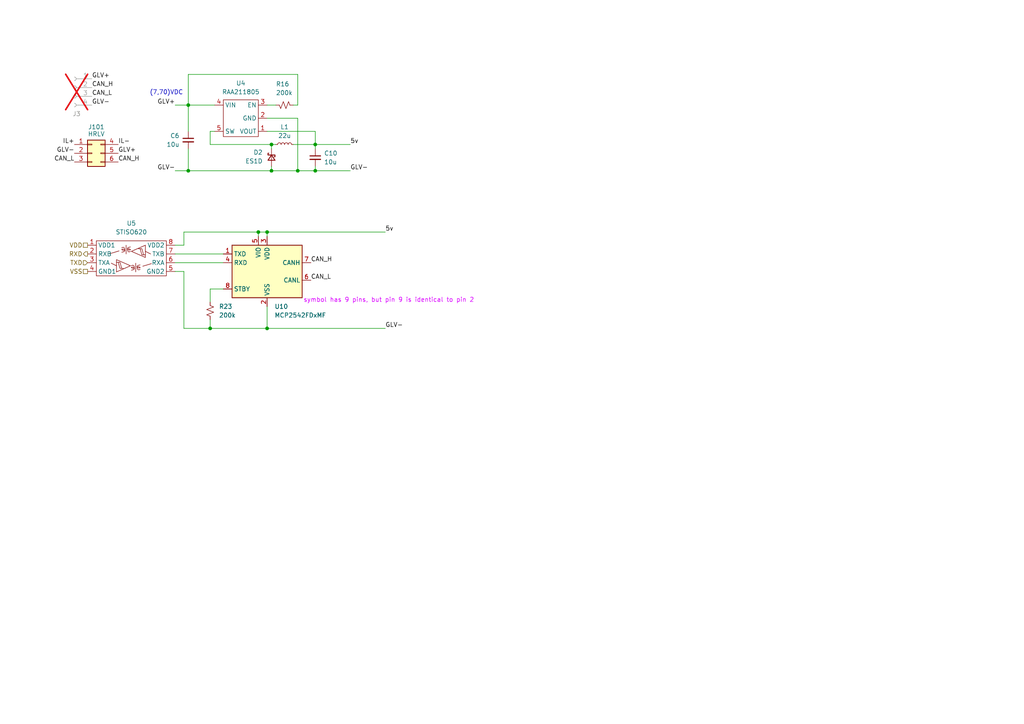
<source format=kicad_sch>
(kicad_sch (version 20250114) (generator "eeschema") (generator_version "9.0")
  (paper "A4")
  (lib_symbols
    (symbol "Connector:Conn_01x04_Socket" (pin_names (offset 1.016) (hide yes))
      (property "Reference" "J" (at 0 5.08 0))
      (property "Value" "Conn_01x04_Socket" (at 0 -7.62 0))
      (symbol "Conn_01x04_Socket_1_1"
        (polyline (pts (xy -1.27 2.54) (xy -0.508 2.54)) (stroke (width 0.1524)))
        (polyline (pts (xy -1.27 0) (xy -0.508 0)) (stroke (width 0.1524)))
        (polyline (pts (xy -1.27 -2.54) (xy -0.508 -2.54)) (stroke (width 0.1524)))
        (polyline (pts (xy -1.27 -5.08) (xy -0.508 -5.08)) (stroke (width 0.1524)))
        (arc (start 0 2.032) (mid -0.5058 2.54) (end 0 3.048) (stroke (width 0.1524)))
        (arc (start 0 -0.508) (mid -0.5058 0) (end 0 0.508) (stroke (width 0.1524)))
        (arc (start 0 -3.048) (mid -0.5058 -2.54) (end 0 -2.032) (stroke (width 0.1524)))
        (arc (start 0 -5.588) (mid -0.5058 -5.08) (end 0 -4.572) (stroke (width 0.1524)))
        (pin passive line (at -5.08 2.54 0) (length 3.81) (name "Pin_1") (number "1"))
        (pin passive line (at -5.08 0 0) (length 3.81) (name "Pin_2") (number "2"))
        (pin passive line (at -5.08 -2.54 0) (length 3.81) (name "Pin_3") (number "3"))
        (pin passive line (at -5.08 -5.08 0) (length 3.81) (name "Pin_4") (number "4"))
      )
    )
    (symbol "Connector_Generic:Conn_02x03_Top_Bottom" (pin_names (offset 1.016) (hide yes))
      (property "Reference" "J" (at 1.27 5.08 0))
      (property "Value" "Conn_02x03_Top_Bottom" (at 1.27 -5.08 0))
      (symbol "Conn_02x03_Top_Bottom_1_1"
        (rectangle (start -1.27 3.81) (end 3.81 -3.81) (stroke (width 0.254)) (fill (type background)))
        (rectangle (start -1.27 2.667) (end 0 2.413) (stroke (width 0.1524)))
        (rectangle (start -1.27 0.127) (end 0 -0.127) (stroke (width 0.1524)))
        (rectangle (start -1.27 -2.413) (end 0 -2.667) (stroke (width 0.1524)))
        (rectangle (start 3.81 2.667) (end 2.54 2.413) (stroke (width 0.1524)))
        (rectangle (start 3.81 0.127) (end 2.54 -0.127) (stroke (width 0.1524)))
        (rectangle (start 3.81 -2.413) (end 2.54 -2.667) (stroke (width 0.1524)))
        (pin passive line (at -5.08 2.54 0) (length 3.81) (name "Pin_1") (number "1"))
        (pin passive line (at -5.08 0 0) (length 3.81) (name "Pin_2") (number "2"))
        (pin passive line (at -5.08 -2.54 0) (length 3.81) (name "Pin_3") (number "3"))
        (pin passive line (at 7.62 2.54 180) (length 3.81) (name "Pin_4") (number "4"))
        (pin passive line (at 7.62 0 180) (length 3.81) (name "Pin_5") (number "5"))
        (pin passive line (at 7.62 -2.54 180) (length 3.81) (name "Pin_6") (number "6"))
      )
    )
    (symbol "Device:C_Small" (pin_numbers (hide yes)) (pin_names (offset 0.254) (hide yes))
      (property "Reference" "C" (at 0.254 1.778 0))
      (property "Value" "C_Small" (at 0.254 -2.032 0))
      (symbol "C_Small_0_1"
        (polyline (pts (xy -1.524 0.508) (xy 1.524 0.508)) (stroke (width 0.3048)))
        (polyline (pts (xy -1.524 -0.508) (xy 1.524 -0.508)) (stroke (width 0.3302)))
      )
      (symbol "C_Small_1_1"
        (pin passive line (at 0 2.54 270) (length 2.032) (name "~") (number "1"))
        (pin passive line (at 0 -2.54 90) (length 2.032) (name "~") (number "2"))
      )
    )
    (symbol "Device:D_Schottky_Small" (pin_numbers (hide yes)) (pin_names (offset 0.254) (hide yes))
      (property "Reference" "D" (at -1.27 2.032 0))
      (property "Value" "D_Schottky_Small" (at -7.112 -2.032 0))
      (symbol "D_Schottky_Small_0_1"
        (polyline (pts (xy -1.27 0.762) (xy -1.27 1.016) (xy -0.762 1.016) (xy -0.762 -1.016) (xy -0.254 -1.016) (xy -0.254 -0.762)) (stroke (width 0.254)))
        (polyline (pts (xy -0.762 0) (xy 0.762 0)))
        (polyline (pts (xy 0.762 -1.016) (xy -0.762 0) (xy 0.762 1.016) (xy 0.762 -1.016)) (stroke (width 0.254)))
      )
      (symbol "D_Schottky_Small_1_1"
        (pin passive line (at -2.54 0 0) (length 1.778) (name "K") (number "1"))
        (pin passive line (at 2.54 0 180) (length 1.778) (name "A") (number "2"))
      )
    )
    (symbol "Device:L_Small" (pin_numbers (hide yes)) (pin_names (offset 0.254) (hide yes))
      (property "Reference" "L" (at 0.762 1.016 0))
      (property "Value" "L_Small" (at 0.762 -1.016 0))
      (symbol "L_Small_0_1"
        (arc (start 0 2.032) (mid 0.5058 1.524) (end 0 1.016))
        (arc (start 0 1.016) (mid 0.5058 0.508) (end 0 0))
        (arc (start 0 0) (mid 0.5058 -0.508) (end 0 -1.016))
        (arc (start 0 -1.016) (mid 0.5058 -1.524) (end 0 -2.032))
      )
      (symbol "L_Small_1_1"
        (pin passive line (at 0 2.54 270) (length 0.508) (name "~") (number "1"))
        (pin passive line (at 0 -2.54 90) (length 0.508) (name "~") (number "2"))
      )
    )
    (symbol "Device:R_Small_US" (pin_numbers (hide yes)) (pin_names (offset 0.254) (hide yes))
      (property "Reference" "R" (at 0.762 0.508 0))
      (property "Value" "R_Small_US" (at 0.762 -1.016 0))
      (symbol "R_Small_US_1_1"
        (polyline (pts (xy 0 1.524) (xy 1.016 1.143) (xy 0 0.762) (xy -1.016 0.381) (xy 0 0)))
        (polyline (pts (xy 0 0) (xy 1.016 -0.381) (xy 0 -0.762) (xy -1.016 -1.143) (xy 0 -1.524)))
        (pin passive line (at 0 2.54 270) (length 1.016) (name "~") (number "1"))
        (pin passive line (at 0 -2.54 90) (length 1.016) (name "~") (number "2"))
      )
    )
    (symbol "Interface_CAN_LIN:MCP2542FDxMF"
      (property "Reference" "U" (at -10.16 8.89 0))
      (property "Value" "MCP2542FDxMF" (at 2.54 8.89 0))
      (symbol "MCP2542FDxMF_0_1"
        (rectangle (start -10.16 7.62) (end 10.16 -7.62) (stroke (width 0.254)) (fill (type background)))
      )
      (symbol "MCP2542FDxMF_1_1"
        (pin input line (at -12.7 5.08 0) (length 2.54) (name "TXD") (number "1"))
        (pin output line (at -12.7 2.54 0) (length 2.54) (name "RXD") (number "4"))
        (pin input line (at -12.7 -5.08 0) (length 2.54) (name "STBY") (number "8"))
        (pin power_in line (at -2.54 10.16 270) (length 2.54) (name "VIO") (number "5"))
        (pin power_in line (at 0 10.16 270) (length 2.54) (name "VDD") (number "3"))
        (pin power_in line (at 0 -10.16 90) (length 2.54) (name "VSS") (number "2"))
        (pin passive line (at 0 -10.16 90) (length 2.54) (hide yes) (name "VSS") (number "9"))
        (pin bidirectional line (at 12.7 2.54 180) (length 2.54) (name "CANH") (number "7"))
        (pin bidirectional line (at 12.7 -2.54 180) (length 2.54) (name "CANL") (number "6"))
      )
    )
    (symbol "zzLocalLibrary:RAA211805"
      (property "Reference" "U" (at 0 0 0))
      (property "Value" "RAA211805" (at 0 0 0))
      (symbol "RAA211805_0_1"
        (rectangle (start -5.08 -1.016) (end 5.08 -11.684))
      )
      (symbol "RAA211805_1_1"
        (pin input line (at -7.62 -2.54 0) (length 2.54) (name "VIN") (number "4"))
        (pin input line (at -7.62 -10.16 0) (length 2.54) (name "SW") (number "5"))
        (pin input line (at 7.62 -2.54 180) (length 2.54) (name "EN") (number "3"))
        (pin input line (at 7.62 -6.35 180) (length 2.54) (name "GND") (number "2"))
        (pin input line (at 7.62 -10.16 180) (length 2.54) (name "VOUT") (number "1"))
      )
    )
    (symbol "zzLocalLibrary:STISO621"
      (property "Reference" "U" (at -0.254 6.35 0))
      (property "Value" "STISO620" (at 0 0 0))
      (symbol "STISO621_0_1"
        (rectangle (start -10.16 5.08) (end 10.16 -5.08))
        (polyline (pts (xy -5.842 -1.397) (xy -4.318 -2.159)))
        (polyline (pts (xy -4.318 -3.937) (xy -4.318 -0.381) (xy -0.254 -2.159) (xy -4.318 -3.937)))
        (polyline (pts (xy -4.064 -1.143) (xy -3.302 -1.143) (xy -2.794 -2.921) (xy -2.286 -2.921) (xy -3.302 -2.921) (xy -3.81 -1.143) (xy -4.318 -1.143)))
        (polyline (pts (xy -3.556 2.159) (xy -6.096 1.397)))
        (bezier (pts (xy -2.794 2.54) (xy -1.524 1.524) (xy -1.778 3.81) (xy -2.794 3.048)))
        (bezier (pts (xy -2.794 1.778) (xy -1.016 2.032) (xy -2.286 3.048) (xy -2.794 2.54)))
        (polyline (pts (xy -1.524 3.81) (xy -1.524 1.27)))
        (bezier (pts (xy -0.254 3.302) (xy -2.032 3.048) (xy -0.762 2.032) (xy -0.254 2.54)))
        (bezier (pts (xy -0.254 2.54) (xy -1.524 3.556) (xy -1.27 1.27) (xy -0.254 2.032)))
        (bezier (pts (xy 0 -2.667) (xy 1.27 -3.683) (xy 1.016 -1.397) (xy 0 -2.159)))
        (bezier (pts (xy 0 -3.429) (xy 1.778 -3.175) (xy 0.508 -2.159) (xy 0 -2.667)))
        (polyline (pts (xy 1.27 -3.937) (xy 1.27 -1.397)))
        (bezier (pts (xy 2.54 -1.905) (xy 0.762 -2.159) (xy 2.032 -3.175) (xy 2.54 -2.667)))
        (bezier (pts (xy 2.54 -2.667) (xy 1.27 -1.651) (xy 1.524 -3.937) (xy 2.54 -3.175)))
        (polyline (pts (xy 3.302 -2.286) (xy 5.842 -1.524)))
        (polyline (pts (xy 3.81 1.016) (xy 3.048 1.016) (xy 2.54 2.794) (xy 2.032 2.794) (xy 3.048 2.794) (xy 3.556 1.016) (xy 4.064 1.016)))
        (polyline (pts (xy 4.064 3.81) (xy 4.064 0.254) (xy 0 2.032) (xy 4.064 3.81)))
        (polyline (pts (xy 5.588 1.27) (xy 4.064 2.032)))
      )
      (symbol "STISO621_1_1"
        (pin input line (at -12.7 3.81 0) (length 2.54) (name "VDD1") (number "1"))
        (pin input line (at -12.7 1.27 0) (length 2.54) (name "RXB") (number "2"))
        (pin input line (at -12.7 -1.27 0) (length 2.54) (name "TXA") (number "3"))
        (pin input line (at -12.7 -3.81 0) (length 2.54) (name "GND1") (number "4"))
        (pin input line (at 12.7 3.81 180) (length 2.54) (name "VDD2") (number "8"))
        (pin input line (at 12.7 1.27 180) (length 2.54) (name "TXB") (number "7"))
        (pin input line (at 12.7 -1.27 180) (length 2.54) (name "RXA") (number "6"))
        (pin input line (at 12.7 -3.81 180) (length 2.54) (name "GND2") (number "5"))
      )
    )
  )
  (text "symbol has 9 pins, but pin 9 is identical to pin 2" (at 112.776 87.122 0) (effects (font (size 1.27 1.27))))
  (text "(7,70)VDC" (at 48.26 26.924 0) (effects (font (size 1.27 1.27))))
  (junction (at 91.44 41.91))
  (junction (at 74.93 67.31))
  (junction (at 54.61 49.53))
  (junction (at 60.96 95.25))
  (junction (at 86.36 49.53))
  (junction (at 54.61 30.48))
  (junction (at 91.44 49.53))
  (junction (at 77.47 67.31))
  (junction (at 78.74 41.91))
  (junction (at 77.47 95.25))
  (junction (at 78.74 49.53))
  (wire (pts (xy 78.74 49.53) (xy 86.36 49.53)))
  (wire (pts (xy 60.96 83.82) (xy 60.96 87.63)))
  (wire (pts (xy 77.47 67.31) (xy 74.93 67.31)))
  (wire (pts (xy 54.61 49.53) (xy 78.74 49.53)))
  (wire (pts (xy 77.47 38.1) (xy 91.44 38.1)))
  (wire (pts (xy 77.47 34.29) (xy 86.36 34.29)))
  (wire (pts (xy 78.74 41.91) (xy 80.01 41.91)))
  (wire (pts (xy 77.47 67.31) (xy 111.76 67.31)))
  (wire (pts (xy 86.36 30.48) (xy 86.36 21.59)))
  (wire (pts (xy 77.47 95.25) (xy 111.76 95.25)))
  (wire (pts (xy 50.8 71.12) (xy 53.34 71.12)))
  (wire (pts (xy 101.6 41.91) (xy 91.44 41.91)))
  (wire (pts (xy 86.36 49.53) (xy 86.36 34.29)))
  (wire (pts (xy 50.8 49.53) (xy 54.61 49.53)))
  (wire (pts (xy 54.61 30.48) (xy 62.23 30.48)))
  (wire (pts (xy 78.74 48.26) (xy 78.74 49.53)))
  (wire (pts (xy 53.34 95.25) (xy 60.96 95.25)))
  (wire (pts (xy 91.44 49.53) (xy 86.36 49.53)))
  (wire (pts (xy 77.47 30.48) (xy 80.01 30.48)))
  (wire (pts (xy 50.8 30.48) (xy 54.61 30.48)))
  (wire (pts (xy 60.96 41.91) (xy 78.74 41.91)))
  (wire (pts (xy 50.8 73.66) (xy 64.77 73.66)))
  (wire (pts (xy 53.34 78.74) (xy 53.34 95.25)))
  (wire (pts (xy 53.34 71.12) (xy 53.34 67.31)))
  (wire (pts (xy 50.8 76.2) (xy 64.77 76.2)))
  (wire (pts (xy 91.44 49.53) (xy 91.44 48.26)))
  (wire (pts (xy 74.93 67.31) (xy 74.93 68.58)))
  (wire (pts (xy 91.44 41.91) (xy 85.09 41.91)))
  (wire (pts (xy 60.96 95.25) (xy 77.47 95.25)))
  (wire (pts (xy 78.74 41.91) (xy 78.74 43.18)))
  (wire (pts (xy 53.34 67.31) (xy 74.93 67.31)))
  (wire (pts (xy 54.61 30.48) (xy 54.61 38.1)))
  (wire (pts (xy 54.61 21.59) (xy 54.61 30.48)))
  (wire (pts (xy 77.47 95.25) (xy 77.47 88.9)))
  (wire (pts (xy 60.96 92.71) (xy 60.96 95.25)))
  (wire (pts (xy 91.44 49.53) (xy 101.6 49.53)))
  (wire (pts (xy 85.09 30.48) (xy 86.36 30.48)))
  (wire (pts (xy 60.96 83.82) (xy 64.77 83.82)))
  (wire (pts (xy 50.8 78.74) (xy 53.34 78.74)))
  (wire (pts (xy 77.47 67.31) (xy 77.47 68.58)))
  (wire (pts (xy 62.23 38.1) (xy 60.96 38.1)))
  (wire (pts (xy 54.61 43.18) (xy 54.61 49.53)))
  (wire (pts (xy 91.44 41.91) (xy 91.44 43.18)))
  (wire (pts (xy 86.36 21.59) (xy 54.61 21.59)))
  (wire (pts (xy 60.96 38.1) (xy 60.96 41.91)))
  (wire (pts (xy 91.44 38.1) (xy 91.44 41.91)))
  (label "GLV+" (at 50.8 30.48 180))
  (label "CAN_L" (at 21.59 46.99 180))
  (label "GLV-" (at 21.59 44.45 180))
  (label "CAN_H" (at 90.17 76.2 0))
  (label "GLV-" (at 50.8 49.53 180))
  (label "GLV+" (at 34.29 44.45 0))
  (label "5v" (at 111.76 67.31 0))
  (label "GLV-" (at 111.76 95.25 0))
  (label "GLV-" (at 26.67 30.48 0))
  (label "IL+" (at 21.59 41.91 180))
  (label "CAN_H" (at 26.67 25.4 0))
  (label "5v" (at 101.6 41.91 0))
  (label "IL-" (at 34.29 41.91 0))
  (label "GLV+" (at 26.67 22.86 0))
  (label "CAN_L" (at 90.17 81.28 0))
  (label "CAN_L" (at 26.67 27.94 0))
  (label "GLV-" (at 101.6 49.53 0))
  (label "CAN_H" (at 34.29 46.99 0))
  (hierarchical_label "TXD" (shape input) (at 25.4 76.2 180))
  (hierarchical_label "VSS" (shape passive) (at 25.4 78.74 180))
  (hierarchical_label "VDD" (shape passive) (at 25.4 71.12 180))
  (hierarchical_label "RXD" (shape output) (at 25.4 73.66 180))
  (symbol (lib_id "Device:C_Small") (at 54.61 40.64 0) (mirror y) (unit 1)
    (property "Reference" "C6" (at 52.07 39.3762 0) (effects (justify left)))
    (property "Value" "10u" (at 52.07 41.9162 0) (effects (justify left)))
    (property "Footprint" "Capacitor_SMD:C_1206_3216Metric_Pad1.33x1.80mm_HandSolder" (effects (hide yes)))
    (property "Description" "50Vdc, 10%, +125C" (effects (hide yes)))
    (property "mouser" "https://www.mouser.com/ProductDetail/Samsung-Electro-Mechanics/CL31A106KBHNNNE?qs=sGAEpiMZZMsh%252B1woXyUXjxqcB7t9naYpzWmpMbMJIKQ%3D" (effects (hide yes)))
    (property "specs" "10uF, 50VDC, X5R, 10%, -55C, +85C" (effects (hide yes)))
    (property "unit x10" "0.07" (effects (hide yes)))
  )
  (symbol (lib_id "Device:C_Small") (at 91.44 45.72 0) (unit 1)
    (property "Reference" "C10" (at 93.98 44.4562 0) (effects (justify left)))
    (property "Value" "10u" (at 93.98 46.9962 0) (effects (justify left)))
    (property "Footprint" "Capacitor_SMD:C_1206_3216Metric_Pad1.33x1.80mm_HandSolder" (effects (hide yes)))
    (property "Description" "50Vdc, 10%, +125C" (effects (hide yes)))
    (property "mouser" "https://www.mouser.com/ProductDetail/Samsung-Electro-Mechanics/CL31A106KBHNNNE?qs=sGAEpiMZZMsh%252B1woXyUXjxqcB7t9naYpzWmpMbMJIKQ%3D" (effects (hide yes)))
    (property "specs" "10uF, 50VDC, X5R, 10%, -55C, +85C" (effects (hide yes)))
    (property "unit x10" "0.07" (effects (hide yes)))
  )
  (symbol (lib_id "Device:L_Small") (at 82.55 41.91 90) (unit 1)
    (property "Reference" "L1" (at 82.55 36.83 90))
    (property "Value" "22u" (at 82.55 39.37 90))
    (property "Footprint" "Inductor_SMD:L_1210_3225Metric_Pad1.42x2.65mm_HandSolder" (effects (hide yes)))
    (property "Description" "Inductor, small symbol" (effects (hide yes)))
    (property "mouser" "https://www.mouser.com/ProductDetail/TAIYO-YUDEN/CBC3225T220KR?qs=sGAEpiMZZMv126LJFLh8y8CHgMb6WLnpP9F%2FUnEJAO8%3D" (effects (hide yes)))
    (property "unit x10" "0.152" (effects (hide yes)))
    (property "unit x1" "0.18" (effects (hide yes)))
  )
  (symbol (lib_id "zzLocalLibrary:STISO621") (at 38.1 74.93 0) (unit 1)
    (property "Reference" "U5" (at 38.1 64.77 0))
    (property "Value" "STISO620" (at 38.1 67.31 0))
    (property "Footprint" "Package_SO:SOIC-8_7.5x5.85mm_P1.27mm" (effects (hide yes)))
    (property "mouser" "https://www.mouser.com/ProductDetail/STMicroelectronics/STISO621WTR?qs=DPoM0jnrROWnssw71EEUdg%3D%3D&srsltid=AfmBOooWor0VJktvanGRLm62GGRvBwRvNg6pgl64oBHJnTIBJyGQPB71" (effects (hide yes)))
    (property "specs" "galvanic isolation, 1.2kVDC working, 2 unidir chan, 100Mb/s, -40C, +125C" (effects (hide yes)))
    (property "unit x10" "2.22" (effects (hide yes)))
    (property "unit x1" "3.4" (effects (hide yes)))
  )
  (symbol (lib_id "Device:R_Small_US") (at 60.96 90.17 180) (unit 1)
    (property "Reference" "R23" (at 63.5 88.8999 0) (effects (justify right)))
    (property "Value" "200k" (at 63.5 91.4399 0) (effects (justify right)))
    (property "Footprint" "Resistor_SMD:R_0805_2012Metric_Pad1.20x1.40mm_HandSolder" (effects (hide yes)))
    (property "Description" "Resistor, small US symbol" (effects (hide yes)))
    (property "mouser" "https://www.mouser.com/ProductDetail/KOA-Speer/RK73H2ATTDD2003F?qs=sGAEpiMZZMtlubZbdhIBIAyoqdA8MvAxN%252BSNgJK1iJE%3D" (effects (hide yes)))
    (property "unit x10" "0.1" (effects (hide yes)))
    (property "unit x1" "0.02" (effects (hide yes)))
    (property "specs " "250mW, 200k, 1%" (effects (hide yes)))
  )
  (symbol (lib_id "Interface_CAN_LIN:MCP2542FDxMF") (at 77.47 78.74 0) (unit 1)
    (property "Reference" "U10" (at 79.6133 88.9 0) (effects (justify left)))
    (property "Value" "MCP2542FDxMF" (at 79.6133 91.44 0) (effects (justify left)))
    (property "Footprint" "Package_SO:JEITA_SOIC-8_3.9x4.9mm_P1.27mm" (effects (hide yes)))
    (property "Datasheet" "http://ww1.microchip.com/downloads/en/DeviceDoc/MCP2542FD-4FD-MCP2542WFD-4WFD-Data-Sheet20005514B.pdf" (effects (hide yes)))
    (property "Description" "CAN-FD Transceiver, Wake-Up on CAN activity, 8Mbps, 5V supply, STBY pin, 3x3 DFN-8" (effects (hide yes)))
    (property "mouser" "https://www.mouser.com/ProductDetail/579-MCP2542FD-E-SN" (effects (hide yes)))
    (property "unit x10" "0.86" (effects (hide yes)))
  )
  (symbol (lib_id "Device:R_Small_US") (at 82.55 30.48 90) (mirror x) (unit 1)
    (property "Reference" "R16" (at 80.01 24.384 90) (effects (justify right)))
    (property "Value" "200k" (at 80.01 26.924 90) (effects (justify right)))
    (property "Footprint" "Resistor_SMD:R_0805_2012Metric_Pad1.20x1.40mm_HandSolder" (effects (hide yes)))
    (property "Description" "Resistor, small US symbol" (effects (hide yes)))
    (property "mouser" "https://www.mouser.com/ProductDetail/KOA-Speer/RK73H2ATTDD2003F?qs=sGAEpiMZZMtlubZbdhIBIAyoqdA8MvAxN%252BSNgJK1iJE%3D" (effects (hide yes)))
    (property "unit x10" "0.1" (effects (hide yes)))
    (property "unit x1" "0.02" (effects (hide yes)))
    (property "specs " "250mW, 200k, 1%" (effects (hide yes)))
  )
  (symbol (lib_id "Connector:Conn_01x04_Socket") (at 21.59 25.4 0) (mirror y) (unit 1) (on_board no) (dnp yes)
    (property "Reference" "J3" (at 22.225 33.02 0))
    (property "Value" "Conn_01x04_Socket" (effects (hide yes)))
    (property "Footprint" "Connector_PinHeader_2.54mm:PinHeader_1x04_P2.54mm_Vertical" (effects (hide yes)))
    (property "Description" "Generic connector, single row, 01x04, script generated" (effects (hide yes)))
  )
  (symbol (lib_id "Connector_Generic:Conn_02x03_Top_Bottom") (at 26.67 44.45 0) (unit 1)
    (property "Reference" "J101" (at 27.94 36.83 0))
    (property "Value" "HRLV" (at 27.94 38.862 0))
    (property "Footprint" "Connector_Molex:Molex_Micro-Fit_3.0_43045-0600_2x03_P3.00mm_Horizontal" (effects (hide yes)))
    (property "Description" "Generic connector, double row, 02x03, top/bottom pin numbering scheme (row 1: 1...pins_per_row, row2: pins_per_row+1 ... num_pins), script generated (kicad-library-utils/schlib/autogen/connector/)" (effects (hide yes)))
    (property "mouser" "https://www.mouser.com/ProductDetail/Molex/43045-0612?qs=KC2ywxza1kqWo9LLJ5Lh3w%3D%3D" (effects (hide yes)))
    (property "unit x10" "0.721" (effects (hide yes)))
    (property "unit x1" "0.85" (effects (hide yes)))
  )
  (symbol (lib_id "Device:D_Schottky_Small") (at 78.74 45.72 90) (mirror x) (unit 1)
    (property "Reference" "D2" (at 76.2 44.1959 90) (effects (justify left)))
    (property "Value" "ES1D" (at 76.2 46.7359 90) (effects (justify left)))
    (property "Footprint" "Diode_SMD:D_SMA" (effects (hide yes)))
    (property "Description" "Schottky diode, small symbol" (effects (hide yes)))
    (property "mouser" "https://www.mouser.com/ProductDetail/onsemi-Fairchild/ES1C?qs=sGAEpiMZZMtbRapU8LlZDwxyh3P6uVi9ZaZE%252B629d7E%3D" (effects (hide yes)))
    (property "unit x10" "0.086" (effects (hide yes)))
    (property "specs" "920mVf, 150Vr, 1Aconstant, 15nSr,15Ar, 1.47W -50C, +150C" (effects (hide yes)))
    (property "unit x1" "0.10" (effects (hide yes)))
  )
  (symbol (lib_id "zzLocalLibrary:RAA211805") (at 69.85 27.94 0) (unit 1)
    (property "Reference" "U4" (at 69.85 24.13 0))
    (property "Value" "RAA211805" (at 69.85 26.67 0))
    (property "Footprint" "Package_TO_SOT_SMD:TSOT-23-5" (effects (hide yes)))
    (property "mouser" "https://www.mouser.com/ProductDetail/Renesas-Intersil/RAA2118054GP3JA0?qs=mELouGlnn3d87GrR1cS%2FNA%3D%3D" (effects (hide yes)))
    (property "unit x10" "0.325" (effects (hide yes)))
    (property "unit x1" "0.46" (effects (hide yes)))
  )
)
</source>
